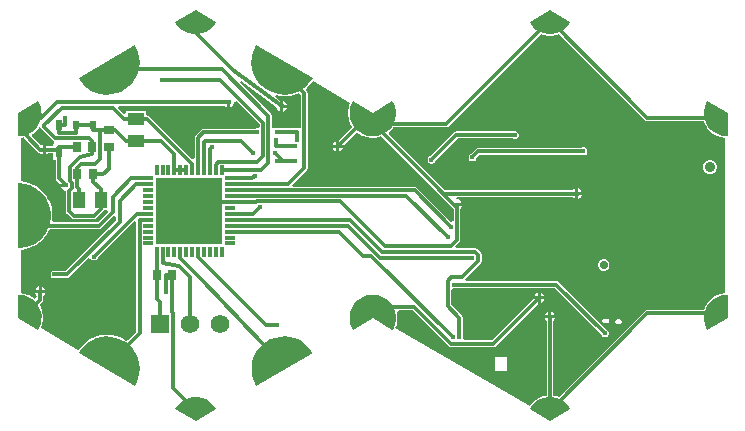
<source format=gbr>
G04*
G04 #@! TF.GenerationSoftware,Altium Limited,Altium Designer,25.8.1 (18)*
G04*
G04 Layer_Physical_Order=4*
G04 Layer_Color=16711680*
%FSLAX44Y44*%
%MOMM*%
G71*
G04*
G04 #@! TF.SameCoordinates,2BA7E10B-6E93-4220-B227-DF091A9E169F*
G04*
G04*
G04 #@! TF.FilePolarity,Positive*
G04*
G01*
G75*
%ADD26R,0.6400X0.8900*%
G04:AMPARAMS|DCode=28|XSize=1mm|YSize=1mm|CornerRadius=0.5mm|HoleSize=0mm|Usage=FLASHONLY|Rotation=90.000|XOffset=0mm|YOffset=0mm|HoleType=Round|Shape=RoundedRectangle|*
%AMROUNDEDRECTD28*
21,1,1.0000,0.0000,0,0,90.0*
21,1,0.0000,1.0000,0,0,90.0*
1,1,1.0000,0.0000,0.0000*
1,1,1.0000,0.0000,0.0000*
1,1,1.0000,0.0000,0.0000*
1,1,1.0000,0.0000,0.0000*
%
%ADD28ROUNDEDRECTD28*%
G04:AMPARAMS|DCode=32|XSize=1mm|YSize=1mm|CornerRadius=0.5mm|HoleSize=0mm|Usage=FLASHONLY|Rotation=30.000|XOffset=0mm|YOffset=0mm|HoleType=Round|Shape=RoundedRectangle|*
%AMROUNDEDRECTD32*
21,1,1.0000,0.0000,0,0,30.0*
21,1,0.0000,1.0000,0,0,30.0*
1,1,1.0000,0.0000,0.0000*
1,1,1.0000,0.0000,0.0000*
1,1,1.0000,0.0000,0.0000*
1,1,1.0000,0.0000,0.0000*
%
%ADD32ROUNDEDRECTD32*%
G04:AMPARAMS|DCode=33|XSize=1mm|YSize=1mm|CornerRadius=0.5mm|HoleSize=0mm|Usage=FLASHONLY|Rotation=150.000|XOffset=0mm|YOffset=0mm|HoleType=Round|Shape=RoundedRectangle|*
%AMROUNDEDRECTD33*
21,1,1.0000,0.0000,0,0,150.0*
21,1,0.0000,1.0000,0,0,150.0*
1,1,1.0000,0.0000,0.0000*
1,1,1.0000,0.0000,0.0000*
1,1,1.0000,0.0000,0.0000*
1,1,1.0000,0.0000,0.0000*
%
%ADD33ROUNDEDRECTD33*%
%ADD41C,0.8890*%
%ADD42C,0.7112*%
%ADD43C,1.5700*%
%ADD44R,1.5700X1.5700*%
%ADD50C,0.3000*%
%ADD51C,0.4000*%
%ADD53R,0.8500X0.3000*%
%ADD54R,1.9000X0.4001*%
%ADD55R,0.8000X0.9500*%
%ADD56R,5.7000X5.7000*%
%ADD57R,0.5000X0.9000*%
%ADD58R,0.3000X0.8500*%
%ADD59R,0.8900X0.6400*%
%ADD60R,1.0922X1.3970*%
%ADD61R,1.3970X1.0922*%
%ADD62R,0.6000X0.8000*%
G36*
X164770Y163820D02*
X163932Y162284D01*
X161738Y159559D01*
X159094Y157268D01*
X156085Y155483D01*
X152806Y154263D01*
X149363Y153644D01*
X145864Y153648D01*
X142422Y154275D01*
X139146Y155503D01*
X136141Y157294D01*
X133503Y159592D01*
X131315Y162322D01*
X130481Y163860D01*
X130481Y163860D01*
X147613Y173750D01*
X164770Y163820D01*
D02*
G37*
G36*
X-135230D02*
X-136067Y162284D01*
X-138261Y159559D01*
X-140905Y157268D01*
X-143914Y155483D01*
X-147193Y154263D01*
X-150637Y153644D01*
X-154135Y153648D01*
X-157577Y154275D01*
X-160853Y155503D01*
X-163858Y157294D01*
X-166497Y159592D01*
X-168685Y162322D01*
X-169518Y163860D01*
X-169518Y163860D01*
X-152387Y173750D01*
X-135230Y163820D01*
D02*
G37*
G36*
X-53382Y116601D02*
X-54443Y114685D01*
X-57145Y111236D01*
X-60359Y108258D01*
X-64004Y105827D01*
X-67987Y104003D01*
X-72209Y102831D01*
X-76563Y102343D01*
X-80940Y102550D01*
X-85228Y103447D01*
X-89321Y105010D01*
X-93115Y107202D01*
X-96514Y109967D01*
X-99432Y113234D01*
X-101798Y116923D01*
X-103549Y120939D01*
X-104643Y125181D01*
X-105052Y129543D01*
X-104766Y133915D01*
X-103791Y138187D01*
X-102153Y142250D01*
X-101023Y144127D01*
X-101023D01*
X-53382Y116601D01*
D02*
G37*
G36*
X-202692Y142205D02*
X-201056Y138140D01*
X-200084Y133868D01*
X-199801Y129496D01*
X-200212Y125134D01*
X-201309Y120892D01*
X-203063Y116877D01*
X-205431Y113190D01*
X-208351Y109925D01*
X-211752Y107162D01*
X-215547Y104973D01*
X-219641Y103411D01*
X-223930Y102517D01*
X-228307Y102313D01*
X-232660Y102804D01*
X-236882Y103978D01*
X-240864Y105805D01*
X-244507Y108239D01*
X-247719Y111219D01*
X-250419Y114669D01*
X-251479Y116586D01*
X-251479Y116586D01*
X-203821Y144082D01*
X-202692Y142205D01*
D02*
G37*
G36*
X-98146Y77165D02*
X-98231Y75158D01*
X-99934Y73881D01*
X-101235D01*
X-102311Y73435D01*
X-145796D01*
X-145796Y73435D01*
X-146877Y73220D01*
X-147793Y72608D01*
X-152368Y68033D01*
X-152980Y67117D01*
X-153195Y66036D01*
X-153195Y66036D01*
Y48408D01*
X-155195Y47580D01*
X-191253Y83638D01*
X-192169Y84250D01*
X-193250Y84465D01*
X-194520Y85839D01*
Y88371D01*
X-211030D01*
Y86641D01*
X-213030Y85813D01*
X-218150Y90933D01*
X-217322Y92933D01*
X-127782D01*
X-126757Y91908D01*
X-125455Y91369D01*
Y95757D01*
X-122915D01*
Y91369D01*
X-121614Y91908D01*
X-120337Y93185D01*
X-119645Y94854D01*
Y95836D01*
X-117648Y96667D01*
X-98146Y77165D01*
D02*
G37*
G36*
X141940Y152987D02*
X142068Y152992D01*
X142176Y152922D01*
X145618Y152296D01*
X145744Y152323D01*
X145863Y152274D01*
X149361Y152270D01*
X149480Y152319D01*
X149606Y152291D01*
X153049Y152909D01*
X153158Y152979D01*
X153286Y152974D01*
X155140Y153664D01*
X228200Y80604D01*
X229117Y79991D01*
X230198Y79776D01*
X277851D01*
X278535Y77865D01*
X278622Y77770D01*
X278638Y77642D01*
X280384Y74610D01*
X280486Y74532D01*
X280525Y74409D01*
X282782Y71736D01*
X282896Y71677D01*
X282957Y71564D01*
X285653Y69335D01*
X285776Y69297D01*
X285856Y69196D01*
X288906Y67482D01*
X289034Y67467D01*
X289130Y67381D01*
X292436Y66237D01*
X292564Y66245D01*
X292674Y66178D01*
X295794Y65693D01*
Y-65754D01*
X292684Y-66230D01*
X292575Y-66297D01*
X292446Y-66289D01*
X289137Y-67425D01*
X289041Y-67510D01*
X288913Y-67526D01*
X285859Y-69232D01*
X285779Y-69333D01*
X285657Y-69371D01*
X282955Y-71593D01*
X282894Y-71707D01*
X282780Y-71766D01*
X280516Y-74433D01*
X280477Y-74556D01*
X280375Y-74634D01*
X278622Y-77662D01*
X278605Y-77789D01*
X278519Y-77884D01*
X277837Y-79777D01*
X230198D01*
X229117Y-79992D01*
X228200Y-80604D01*
X155119Y-153685D01*
X153259Y-152987D01*
X153131Y-152992D01*
X153023Y-152922D01*
X150423Y-152449D01*
Y-89278D01*
X151448Y-88253D01*
X151987Y-86952D01*
X143211D01*
X143750Y-88253D01*
X144775Y-89278D01*
Y-152438D01*
X142149Y-152909D01*
X142041Y-152979D01*
X141913Y-152974D01*
X138634Y-154195D01*
X138540Y-154283D01*
X138413Y-154301D01*
X135403Y-156085D01*
X135326Y-156188D01*
X135204Y-156229D01*
X132560Y-158520D01*
X132503Y-158635D01*
X132390Y-158697D01*
X130390Y-161180D01*
X16590Y-95478D01*
X17734Y-92521D01*
X17731Y-92393D01*
X17802Y-92285D01*
X18464Y-88850D01*
X18438Y-88724D01*
X18489Y-88606D01*
X18530Y-85108D01*
X18482Y-84988D01*
X18511Y-84863D01*
X18086Y-82345D01*
X19306Y-80543D01*
X19620Y-80345D01*
X31646D01*
X61757Y-110456D01*
X61757Y-110456D01*
X62673Y-111068D01*
X63754Y-111284D01*
X63754Y-111283D01*
X99727D01*
X99727Y-111284D01*
X100808Y-111068D01*
X101724Y-110456D01*
X137319Y-74861D01*
Y-70867D01*
X133325D01*
X98557Y-105635D01*
X75155D01*
X75035Y-105542D01*
X73984Y-103635D01*
X74136Y-103268D01*
Y-101967D01*
X73690Y-100891D01*
Y-86361D01*
X73475Y-85280D01*
X72863Y-84364D01*
X72863Y-84364D01*
X63784Y-75285D01*
Y-63191D01*
X65389Y-61691D01*
X66690D01*
X67766Y-61245D01*
X151738D01*
X191092Y-100599D01*
X191538Y-101676D01*
X192458Y-102595D01*
X193659Y-103093D01*
X194960D01*
X196162Y-102595D01*
X197082Y-101676D01*
X197580Y-100474D01*
Y-99173D01*
X197082Y-97971D01*
X196162Y-97051D01*
X195086Y-96605D01*
X154905Y-56424D01*
X153989Y-55812D01*
X152908Y-55597D01*
X152908Y-55597D01*
X76703D01*
X75874Y-53597D01*
X88865Y-40606D01*
X88865Y-40606D01*
X89477Y-39690D01*
X89692Y-38609D01*
Y-33021D01*
X89477Y-31940D01*
X88865Y-31024D01*
X88865Y-31024D01*
X86579Y-28738D01*
X85663Y-28126D01*
X84582Y-27911D01*
X84582Y-27911D01*
X68359D01*
X67594Y-26063D01*
X70831Y-22826D01*
X71443Y-21910D01*
X71658Y-20829D01*
X71658Y-20829D01*
Y5488D01*
X72683Y6512D01*
X73222Y7814D01*
X68834D01*
Y10354D01*
X73222D01*
X72683Y11656D01*
X71406Y12933D01*
X69737Y13624D01*
X67931D01*
X67848Y13717D01*
X68744Y15717D01*
X166584D01*
X167608Y14692D01*
X168910Y14153D01*
Y18541D01*
Y22929D01*
X167608Y22390D01*
X166584Y21365D01*
X58471D01*
X54726Y25110D01*
X11101Y68735D01*
X11198Y70732D01*
X12244Y71593D01*
X12305Y71707D01*
X12419Y71766D01*
X14682Y74433D01*
X14722Y74556D01*
X14824Y74634D01*
X14860Y74696D01*
X59921D01*
X59921Y74696D01*
X61002Y74911D01*
X61918Y75524D01*
X140079Y153685D01*
X141940Y152987D01*
D02*
G37*
G36*
X-84082Y92234D02*
Y91464D01*
X-83391Y89796D01*
X-82114Y88519D01*
X-80812Y87979D01*
Y92367D01*
Y96842D01*
X-84961Y99943D01*
X-84119Y101810D01*
X-81221Y101204D01*
X-81108Y101226D01*
X-81004Y101177D01*
X-76628Y100970D01*
X-76520Y101009D01*
X-76410Y100977D01*
X-72056Y101465D01*
X-71955Y101521D01*
X-71842Y101507D01*
X-67620Y102678D01*
X-67529Y102748D01*
X-67415Y102753D01*
X-64898Y103905D01*
X-63277Y102284D01*
Y74270D01*
X-65066Y73763D01*
Y73763D01*
X-86606D01*
X-87974Y75197D01*
Y84668D01*
X-87974Y84668D01*
X-88189Y85749D01*
X-88801Y86665D01*
X-114918Y112782D01*
X-113605Y114298D01*
X-84082Y92234D01*
D02*
G37*
G36*
X-2400Y87176D02*
X14278Y96781D01*
X15189Y95288D01*
X16452Y92025D01*
X17114Y88590D01*
X17155Y85092D01*
X16573Y81642D01*
X15387Y78351D01*
X13634Y75323D01*
X11371Y72655D01*
X8669Y70432D01*
X5615Y68726D01*
X2306Y67589D01*
X-1152Y67059D01*
X-2400Y67093D01*
X-3649Y67059D01*
X-7107Y67589D01*
X-10416Y68726D01*
X-13470Y70432D01*
X-16171Y72655D01*
X-18435Y75323D01*
X-20187Y78351D01*
X-21374Y81642D01*
X-21956Y85092D01*
X-21915Y88590D01*
X-21253Y92025D01*
X-19990Y95288D01*
X-19079Y96781D01*
Y96781D01*
X-2400Y87176D01*
D02*
G37*
G36*
X-284777Y95288D02*
X-283514Y92025D01*
X-282852Y88590D01*
X-282811Y85092D01*
X-283393Y81642D01*
X-284580Y78351D01*
X-286332Y75323D01*
X-288596Y72655D01*
X-291297Y70432D01*
X-294351Y68726D01*
X-297660Y67589D01*
X-301118Y67059D01*
X-302867Y67106D01*
X-302867Y67106D01*
Y86888D01*
X-285688Y96781D01*
X-284777Y95288D01*
D02*
G37*
G36*
X298113Y86865D02*
X298091Y67041D01*
X296342Y66999D01*
X292885Y67536D01*
X289579Y68680D01*
X286529Y70394D01*
X283833Y72623D01*
X281575Y75296D01*
X279830Y78328D01*
X278651Y81622D01*
X278077Y85073D01*
X278126Y88571D01*
X278796Y92005D01*
X280066Y95265D01*
X280981Y96756D01*
X280981D01*
X298113Y86865D01*
D02*
G37*
G36*
X-283092Y74184D02*
X-283025Y73848D01*
X-282413Y72932D01*
X-273015Y63534D01*
X-272099Y62922D01*
X-271909Y62884D01*
X-272106Y60884D01*
X-272926D01*
Y58703D01*
X-277074D01*
X-278099Y59728D01*
X-279400Y60267D01*
Y55879D01*
Y51491D01*
X-278099Y52030D01*
X-277074Y53055D01*
X-272926D01*
Y46804D01*
X-270710D01*
Y31479D01*
X-270710Y31479D01*
X-270495Y30398D01*
X-269883Y29482D01*
X-267129Y26728D01*
X-261865D01*
Y24188D01*
X-266253D01*
X-265714Y22886D01*
X-264436Y21609D01*
X-262768Y20918D01*
X-262247D01*
Y3576D01*
X-262247Y3576D01*
X-262032Y2495D01*
X-261420Y1579D01*
X-257334Y-2506D01*
X-257334Y-2506D01*
X-256418Y-3119D01*
X-255337Y-3333D01*
X-238746D01*
X-238745Y-3334D01*
X-237665Y-3119D01*
X-236748Y-2506D01*
X-230652Y3590D01*
X-230652Y3590D01*
X-230040Y4506D01*
X-230007Y4671D01*
X-227607D01*
X-226778Y2671D01*
X-235250Y-5801D01*
X-272571D01*
X-273868Y-4279D01*
X-273574Y-2448D01*
X-273601Y-2336D01*
X-273557Y-2230D01*
X-273556Y2151D01*
X-273599Y2257D01*
X-273573Y2369D01*
X-274265Y6695D01*
X-274325Y6793D01*
X-274316Y6907D01*
X-275684Y11070D01*
X-275759Y11157D01*
X-275768Y11271D01*
X-277778Y15164D01*
X-277865Y15238D01*
X-277893Y15350D01*
X-280492Y18876D01*
X-280591Y18936D01*
X-280636Y19041D01*
X-283761Y22112D01*
X-283867Y22155D01*
X-283928Y22252D01*
X-287500Y24790D01*
X-287612Y24815D01*
X-287687Y24901D01*
X-291615Y26842D01*
X-291730Y26849D01*
X-291818Y26923D01*
X-296004Y28217D01*
X-296118Y28206D01*
X-296217Y28265D01*
X-300554Y28881D01*
X-300595Y28912D01*
Y65749D01*
X-297827Y66173D01*
X-297465Y65632D01*
X-285715Y53882D01*
X-285715Y53882D01*
X-284799Y53270D01*
X-284403Y53191D01*
X-283242Y52030D01*
X-281940Y51491D01*
Y55879D01*
Y60267D01*
X-283242Y59728D01*
X-283407Y59562D01*
X-291027Y67181D01*
X-290826Y68630D01*
X-290425Y69369D01*
X-290404Y69387D01*
X-287722Y71593D01*
X-287662Y71707D01*
X-287547Y71766D01*
X-285284Y74433D01*
X-285245Y74556D01*
X-285143Y74634D01*
X-283092Y74184D01*
D02*
G37*
G36*
X-21390Y95478D02*
X-22535Y92521D01*
X-22532Y92393D01*
X-22603Y92285D01*
X-23265Y88850D01*
X-23239Y88724D01*
X-23290Y88606D01*
X-23330Y85108D01*
X-23283Y84988D01*
X-23311Y84863D01*
X-22729Y81413D01*
X-22661Y81304D01*
X-22667Y81176D01*
X-21481Y77884D01*
X-21394Y77789D01*
X-21377Y77662D01*
X-19776Y74896D01*
X-30734Y63937D01*
Y59943D01*
X-26740D01*
X-15972Y70711D01*
X-14343Y69371D01*
X-14220Y69333D01*
X-14140Y69232D01*
X-11086Y67526D01*
X-10958Y67510D01*
X-10862Y67425D01*
X-7553Y66289D01*
X-7425Y66297D01*
X-7315Y66230D01*
X-3857Y65700D01*
X-3732Y65731D01*
X-3612Y65685D01*
X-2400Y65718D01*
X-1189Y65685D01*
X-1069Y65731D01*
X-944Y65700D01*
X2514Y66230D01*
X2624Y66297D01*
X2753Y66289D01*
X4841Y67006D01*
X50732Y21116D01*
X55304Y16544D01*
X55304Y16544D01*
X64737Y7110D01*
X64985Y6512D01*
X66009Y5488D01*
Y-4778D01*
X65952Y-4856D01*
X64009Y-5661D01*
X34971Y23378D01*
X34054Y23990D01*
X32974Y24205D01*
X32973Y24205D01*
X-69555D01*
X-70384Y26205D01*
X-58455Y38134D01*
X-57843Y39050D01*
X-57628Y40131D01*
Y103454D01*
X-57628Y103454D01*
X-57843Y104535D01*
X-58455Y105451D01*
X-58548Y105544D01*
X-58589Y105625D01*
X-58387Y108212D01*
X-56211Y110228D01*
X-56163Y110332D01*
X-56063Y110388D01*
X-53361Y113837D01*
X-53261Y113878D01*
X-21390Y95478D01*
D02*
G37*
G36*
X-219548Y-916D02*
Y-3960D01*
X-262677Y-47089D01*
X-270138D01*
X-271214Y-46643D01*
X-272515D01*
X-273717Y-47141D01*
X-274636Y-48061D01*
X-275134Y-49263D01*
Y-50564D01*
X-274636Y-51766D01*
X-273717Y-52685D01*
X-272515Y-53183D01*
X-271214D01*
X-270138Y-52738D01*
X-261508D01*
X-261507Y-52738D01*
X-260427Y-52523D01*
X-259510Y-51910D01*
X-243624Y-36024D01*
X-241321Y-36549D01*
X-241278Y-36651D01*
X-240359Y-37571D01*
X-239157Y-38069D01*
X-237856D01*
X-236654Y-37571D01*
X-235734Y-36651D01*
X-235288Y-35575D01*
X-204468Y-4756D01*
X-202468Y-5584D01*
Y-98475D01*
X-209244Y-105250D01*
X-210998Y-106012D01*
X-214791Y-103820D01*
X-214905Y-103805D01*
X-214988Y-103727D01*
X-219081Y-102163D01*
X-219196Y-102166D01*
X-219290Y-102101D01*
X-223579Y-101204D01*
X-223692Y-101226D01*
X-223796Y-101177D01*
X-228172Y-100970D01*
X-228280Y-101009D01*
X-228390Y-100977D01*
X-232744Y-101465D01*
X-232845Y-101521D01*
X-232958Y-101507D01*
X-237180Y-102678D01*
X-237271Y-102748D01*
X-237385Y-102753D01*
X-241369Y-104577D01*
X-241447Y-104661D01*
X-241559Y-104683D01*
X-245204Y-107115D01*
X-245268Y-107210D01*
X-245375Y-107250D01*
X-248589Y-110228D01*
X-248637Y-110332D01*
X-248737Y-110388D01*
X-251439Y-113837D01*
X-251540Y-113878D01*
X-283436Y-95463D01*
X-282283Y-92504D01*
X-282285Y-92376D01*
X-282214Y-92268D01*
X-281544Y-88835D01*
X-281570Y-88709D01*
X-281519Y-88591D01*
X-281470Y-85092D01*
X-281518Y-84973D01*
X-281488Y-84848D01*
X-282062Y-81397D01*
X-282131Y-81287D01*
X-282124Y-81159D01*
X-283303Y-77865D01*
X-283389Y-77770D01*
X-283406Y-77642D01*
X-284542Y-75669D01*
X-282046Y-73173D01*
X-281434Y-72257D01*
X-281219Y-71176D01*
X-281219Y-71176D01*
Y-68026D01*
X-280194Y-67002D01*
X-279655Y-65700D01*
X-288431D01*
X-287892Y-67002D01*
X-287076Y-67818D01*
X-287144Y-69516D01*
X-288865Y-70621D01*
X-290421Y-69335D01*
X-290544Y-69297D01*
X-290623Y-69196D01*
X-293673Y-67482D01*
X-293801Y-67467D01*
X-293897Y-67381D01*
X-297204Y-66237D01*
X-297332Y-66245D01*
X-297442Y-66178D01*
X-300595Y-65687D01*
Y-28960D01*
X-300572Y-28942D01*
X-296234Y-28329D01*
X-296136Y-28271D01*
X-296021Y-28282D01*
X-291835Y-26990D01*
X-291747Y-26917D01*
X-291632Y-26909D01*
X-287703Y-24971D01*
X-287627Y-24885D01*
X-287515Y-24860D01*
X-283942Y-22324D01*
X-283881Y-22227D01*
X-283775Y-22184D01*
X-280648Y-19115D01*
X-280603Y-19010D01*
X-280504Y-18951D01*
X-277902Y-15426D01*
X-277875Y-15315D01*
X-277787Y-15240D01*
X-275828Y-11449D01*
X-234080D01*
X-234080Y-11449D01*
X-232999Y-11234D01*
X-232083Y-10622D01*
X-221548Y-87D01*
X-219548Y-916D01*
D02*
G37*
G36*
X-296410Y26904D02*
X-292224Y25609D01*
X-288296Y23669D01*
X-284724Y21131D01*
X-281599Y18060D01*
X-278999Y14534D01*
X-276990Y10640D01*
X-275622Y6478D01*
X-274930Y2152D01*
X-274932Y-2230D01*
X-275626Y-6556D01*
X-276997Y-10717D01*
X-279008Y-14609D01*
X-281610Y-18134D01*
X-284737Y-21203D01*
X-288311Y-23738D01*
X-292240Y-25676D01*
X-296427Y-26968D01*
X-300765Y-27581D01*
X-302955Y-27541D01*
Y-27541D01*
X-302938Y27480D01*
X-300748Y27520D01*
X-296410Y26904D01*
D02*
G37*
G36*
X2306Y-67589D02*
X5615Y-68726D01*
X8669Y-70432D01*
X11371Y-72655D01*
X13634Y-75323D01*
X15387Y-78351D01*
X16573Y-81642D01*
X17155Y-85092D01*
X17114Y-88590D01*
X16452Y-92025D01*
X15189Y-95288D01*
X14278Y-96781D01*
X-2400Y-87176D01*
X-19079Y-96781D01*
X-19990Y-95288D01*
X-21253Y-92025D01*
X-21915Y-88590D01*
X-21956Y-85092D01*
X-21374Y-81642D01*
X-20187Y-78351D01*
X-18435Y-75323D01*
X-16171Y-72655D01*
X-13470Y-70432D01*
X-10416Y-68726D01*
X-7107Y-67589D01*
X-3649Y-67059D01*
X-2400Y-67093D01*
X-1152Y-67059D01*
X2306Y-67589D01*
D02*
G37*
G36*
X-297653Y-67536D02*
X-294347Y-68680D01*
X-291297Y-70394D01*
X-288600Y-72623D01*
X-286343Y-75296D01*
X-284597Y-78328D01*
X-283419Y-81622D01*
X-282845Y-85073D01*
X-282893Y-88571D01*
X-283564Y-92005D01*
X-284834Y-95265D01*
X-285749Y-96756D01*
Y-96756D01*
X-302880Y-86865D01*
X-302859Y-67041D01*
X-301110Y-66999D01*
X-297653Y-67536D01*
D02*
G37*
G36*
X298099Y-67106D02*
X298099D01*
Y-86888D01*
X280921Y-96781D01*
X280009Y-95288D01*
X278747Y-92025D01*
X278084Y-88590D01*
X278044Y-85092D01*
X278626Y-81642D01*
X279812Y-78351D01*
X281565Y-75323D01*
X283828Y-72655D01*
X286530Y-70432D01*
X289584Y-68726D01*
X292893Y-67589D01*
X296351Y-67059D01*
X298099Y-67106D01*
D02*
G37*
G36*
X14278Y-96781D02*
X14278D01*
D01*
X14278D01*
D02*
G37*
G36*
X-72140Y-102804D02*
X-67918Y-103978D01*
X-63936Y-105805D01*
X-60293Y-108239D01*
X-57081Y-111219D01*
X-54381Y-114669D01*
X-53321Y-116586D01*
X-100979Y-144082D01*
X-102108Y-142205D01*
X-103744Y-138140D01*
X-104716Y-133868D01*
X-105000Y-129496D01*
X-104588Y-125134D01*
X-103491Y-120892D01*
X-101737Y-116877D01*
X-99369Y-113190D01*
X-96449Y-109925D01*
X-93048Y-107162D01*
X-89253Y-104973D01*
X-85159Y-103411D01*
X-80870Y-102517D01*
X-76493Y-102313D01*
X-72140Y-102804D01*
D02*
G37*
G36*
X-223860Y-102550D02*
X-219572Y-103447D01*
X-215479Y-105011D01*
X-211685Y-107202D01*
X-208286Y-109967D01*
X-205368Y-113234D01*
X-203002Y-116923D01*
X-201251Y-120939D01*
X-200157Y-125181D01*
X-199748Y-129543D01*
X-200034Y-133915D01*
X-201009Y-138187D01*
X-202647Y-142250D01*
X-203777Y-144127D01*
Y-144127D01*
X-251418Y-116601D01*
X-250357Y-114685D01*
X-247655Y-111236D01*
X-244441Y-108259D01*
X-240796Y-105827D01*
X-236813Y-104003D01*
X-232591Y-102831D01*
X-228237Y-102343D01*
X-223860Y-102550D01*
D02*
G37*
G36*
X149334Y-153648D02*
X152776Y-154275D01*
X156052Y-155503D01*
X159057Y-157294D01*
X161696Y-159592D01*
X163884Y-162322D01*
X164718Y-163860D01*
X164718D01*
X147586Y-173750D01*
X130429Y-163820D01*
X131266Y-162284D01*
X133461Y-159559D01*
X136105Y-157268D01*
X139114Y-155483D01*
X142392Y-154263D01*
X145836Y-153644D01*
X149334Y-153648D01*
D02*
G37*
G36*
X-150665D02*
X-147223Y-154275D01*
X-143947Y-155503D01*
X-140942Y-157294D01*
X-138303Y-159592D01*
X-136116Y-162322D01*
X-135282Y-163860D01*
X-135282D01*
X-152413Y-173750D01*
X-169570Y-163820D01*
X-168733Y-162284D01*
X-166539Y-159559D01*
X-163895Y-157268D01*
X-160886Y-155483D01*
X-157607Y-154263D01*
X-154164Y-153644D01*
X-150665Y-153648D01*
D02*
G37*
%LPC*%
G36*
X118506Y71595D02*
X117205D01*
X116129Y71149D01*
X68326D01*
X67245Y70934D01*
X66329Y70322D01*
X66329Y70322D01*
X46467Y50461D01*
X45392Y50015D01*
X44472Y49095D01*
X43974Y47893D01*
Y46592D01*
X44472Y45391D01*
X45392Y44471D01*
X46593Y43973D01*
X47894D01*
X49096Y44471D01*
X50016Y45391D01*
X50462Y46467D01*
X69496Y65501D01*
X116129D01*
X117205Y65055D01*
X118506D01*
X119708Y65553D01*
X120628Y66473D01*
X121126Y67674D01*
Y68975D01*
X120628Y70177D01*
X119708Y71097D01*
X118506Y71595D01*
D02*
G37*
G36*
X176672Y57625D02*
X175371D01*
X174295Y57179D01*
X87122D01*
X87122Y57179D01*
X86041Y56964D01*
X85125Y56352D01*
X85125Y56352D01*
X81265Y52493D01*
X80190Y52047D01*
X79270Y51127D01*
X78772Y49925D01*
Y48624D01*
X79270Y47422D01*
X80190Y46503D01*
X81391Y46005D01*
X82692D01*
X83894Y46503D01*
X84814Y47422D01*
X85260Y48499D01*
X88292Y51531D01*
X174295D01*
X175371Y51085D01*
X176672D01*
X177874Y51583D01*
X178794Y52502D01*
X179292Y53704D01*
Y55005D01*
X178794Y56207D01*
X177874Y57127D01*
X176672Y57625D01*
D02*
G37*
G36*
X284286Y46747D02*
X282013D01*
X279912Y45877D01*
X278304Y44269D01*
X277434Y42169D01*
Y39895D01*
X278304Y37795D01*
X279912Y36187D01*
X282013Y35317D01*
X284286D01*
X286387Y36187D01*
X287994Y37795D01*
X288864Y39895D01*
Y42169D01*
X287994Y44269D01*
X286387Y45877D01*
X284286Y46747D01*
D02*
G37*
G36*
X171450Y22929D02*
Y19811D01*
X174568D01*
X174029Y21112D01*
X172752Y22390D01*
X171450Y22929D01*
D02*
G37*
G36*
X174568Y17271D02*
X171450D01*
Y14153D01*
X172752Y14692D01*
X174029Y15969D01*
X174568Y17271D01*
D02*
G37*
G36*
X194109Y-37142D02*
X192189D01*
X190415Y-37877D01*
X189058Y-39234D01*
X188323Y-41008D01*
Y-42928D01*
X189058Y-44702D01*
X190415Y-46059D01*
X192189Y-46794D01*
X194109D01*
X195883Y-46059D01*
X197240Y-44702D01*
X197975Y-42928D01*
Y-41008D01*
X197240Y-39234D01*
X195883Y-37877D01*
X194109Y-37142D01*
D02*
G37*
G36*
X139859Y-65209D02*
Y-68327D01*
X142977D01*
X142438Y-67025D01*
X141160Y-65748D01*
X139859Y-65209D01*
D02*
G37*
G36*
X137319D02*
X136017Y-65748D01*
X134740Y-67025D01*
X134201Y-68327D01*
X137319D01*
Y-65209D01*
D02*
G37*
G36*
X142977Y-70867D02*
X139859D01*
Y-73985D01*
X141160Y-73446D01*
X142438Y-72169D01*
X142977Y-70867D01*
D02*
G37*
G36*
X148869Y-81293D02*
Y-84411D01*
X151987D01*
X151448Y-83110D01*
X150171Y-81833D01*
X148869Y-81293D01*
D02*
G37*
G36*
X146329D02*
X145028Y-81833D01*
X143750Y-83110D01*
X143211Y-84411D01*
X146329D01*
Y-81293D01*
D02*
G37*
G36*
X196277Y-87261D02*
X193277D01*
X192305Y-87663D01*
X191903Y-88635D01*
Y-89619D01*
X192305Y-90591D01*
X193277Y-90994D01*
X196277D01*
X197249Y-90591D01*
X197652Y-89619D01*
Y-88635D01*
X197249Y-87663D01*
X196277Y-87261D01*
D02*
G37*
G36*
X207233Y-87795D02*
X204233D01*
X203261Y-88198D01*
X202859Y-89170D01*
Y-90154D01*
X203261Y-91126D01*
X204233Y-91529D01*
X207233D01*
X208206Y-91126D01*
X208608Y-90154D01*
Y-89170D01*
X208206Y-88198D01*
X207233Y-87795D01*
D02*
G37*
G36*
X110168Y-119564D02*
X102168D01*
X101196Y-119967D01*
X100793Y-120939D01*
Y-129923D01*
X101196Y-130895D01*
X102168Y-131298D01*
X110168D01*
X111140Y-130895D01*
X111542Y-129923D01*
Y-120939D01*
X111140Y-119967D01*
X110168Y-119564D01*
D02*
G37*
G36*
X-78272Y96755D02*
Y93637D01*
X-75154D01*
X-75693Y94939D01*
X-76970Y96216D01*
X-78272Y96755D01*
D02*
G37*
G36*
X-75154Y91097D02*
X-78272D01*
Y87979D01*
X-76970Y88519D01*
X-75693Y89796D01*
X-75154Y91097D01*
D02*
G37*
G36*
X-33274Y63061D02*
X-34576Y62522D01*
X-35853Y61245D01*
X-36392Y59943D01*
X-33274D01*
Y63061D01*
D02*
G37*
G36*
X-27616Y57403D02*
X-30734D01*
Y54285D01*
X-29432Y54824D01*
X-28155Y56101D01*
X-27616Y57403D01*
D02*
G37*
G36*
X-33274D02*
X-36392D01*
X-35853Y56101D01*
X-34576Y54824D01*
X-33274Y54285D01*
Y57403D01*
D02*
G37*
G36*
X-282773Y-60042D02*
Y-63160D01*
X-279655D01*
X-280194Y-61858D01*
X-281471Y-60581D01*
X-282773Y-60042D01*
D02*
G37*
G36*
X-285313D02*
X-286615Y-60581D01*
X-287892Y-61858D01*
X-288431Y-63160D01*
X-285313D01*
Y-60042D01*
D02*
G37*
%LPD*%
D26*
X-252825Y34925D02*
D03*
X-238825D02*
D03*
D28*
X-1679Y-77521D02*
D03*
Y77521D02*
D03*
X-295468Y82601D02*
D03*
X290700Y-82601D02*
D03*
X-80899Y-123901D02*
D03*
X-223901Y123901D02*
D03*
D32*
X147599Y-165199D02*
D03*
Y165199D02*
D03*
X-152400Y-165199D02*
D03*
Y165199D02*
D03*
X-223901Y-123901D02*
D03*
X-80899Y123901D02*
D03*
D33*
X-295468Y-82601D02*
D03*
X290700Y82601D02*
D03*
X-295501Y-0D02*
D03*
D41*
X283149Y41032D02*
D03*
D42*
X193149Y-41968D02*
D03*
D43*
X-131629Y-92102D02*
D03*
X-157029D02*
D03*
D44*
X-182429D02*
D03*
D50*
X-267886Y31479D02*
X-261865Y25458D01*
X-284043Y-71176D02*
Y-64430D01*
X-295468Y-82601D02*
X-284043Y-71176D01*
X-271864Y-49913D02*
X-261507D01*
X-286876Y-8625D02*
X-234080D01*
X-222250Y3205D01*
X-295501Y-0D02*
X-286876Y-8625D01*
X-238745Y-509D02*
X-232649Y5587D01*
X-259422Y3576D02*
X-255337Y-509D01*
X-238745D01*
X-151061Y153474D02*
X-120749Y123162D01*
X-120749D02*
X-79542Y92367D01*
X-151061Y153474D02*
Y163860D01*
X-90799Y44449D02*
Y84668D01*
X-223901Y123901D02*
X-130031D01*
X-90799Y84668D01*
X-131540Y114553D02*
X-95250Y78263D01*
X-181102Y114553D02*
X-131540D01*
X-95250Y50799D02*
Y78263D01*
X-152400Y165199D02*
X-151061Y163860D01*
X-150371Y-35286D02*
X-92848Y-92809D01*
X-150371Y-35286D02*
Y-30619D01*
X-92848Y-92809D02*
X-83665D01*
X-261507Y-49913D02*
X-216724Y-5129D01*
X-259422Y21058D02*
X-257095Y23386D01*
X-258795Y40924D02*
X-250190Y49529D01*
X-259422Y3576D02*
Y21058D01*
X-267886Y31479D02*
Y55879D01*
X-258795Y29327D02*
X-257095Y27627D01*
X-258795Y29327D02*
Y40924D01*
X-257095Y23386D02*
Y27627D01*
X66758Y9084D02*
X68834Y7008D01*
X52729Y23113D02*
X57301Y18541D01*
X-1679Y77521D02*
X52729Y23113D01*
X57301Y18541D02*
X66758Y9084D01*
X-84582Y58494D02*
Y64007D01*
X-267886Y57767D02*
X-252602D01*
X-280670Y55879D02*
X-267886D01*
X-283718D02*
X-280670D01*
X-177292Y-64771D02*
Y-50285D01*
X-66802Y64007D02*
Y70493D01*
X-130371Y38353D02*
X-96895D01*
X-239541Y72047D02*
X-233331D01*
X-267886Y70030D02*
Y76453D01*
X-262636D01*
X-170371Y38353D02*
X-165370D01*
X-160371D01*
X-226060Y39115D02*
Y58047D01*
X-238825Y34797D02*
Y34925D01*
Y28626D02*
Y34797D01*
X-230378D01*
X-180371Y-39797D02*
Y-30619D01*
Y-39797D02*
X-166673Y-42622D01*
X-157029Y-52266D01*
Y-92102D02*
Y-52266D01*
X-267886Y55879D02*
Y57767D01*
X-123371Y11381D02*
X-101346D01*
X-100536Y12191D01*
X-30480D01*
X7874Y-26163D01*
X63500D01*
X68834Y-20829D01*
Y7008D01*
X-123371Y1381D02*
X-103520D01*
X-97536Y7365D01*
X-75836Y70493D02*
X-66802D01*
X-145796Y70611D02*
X-100584D01*
X-150371Y66036D02*
X-145796Y70611D01*
X-150371Y38381D02*
Y66036D01*
X-123371Y26381D02*
X-74202D01*
X-60452Y40131D01*
Y103454D01*
X-80899Y123901D02*
X-60452Y103454D01*
X-170371Y38381D02*
Y51859D01*
X-181610Y63099D02*
X-170371Y51859D01*
X-202775Y63099D02*
X-181610D01*
X-253540Y70030D02*
Y76570D01*
X-267886Y70030D02*
X-253540D01*
X-239541Y72047D02*
Y76570D01*
X-252825Y34925D02*
Y40131D01*
X-249252Y43703D01*
X-237887D01*
X-233331Y48259D01*
Y72047D01*
X-226069D01*
X-251191Y12926D02*
Y22451D01*
X-252825Y24084D02*
X-251191Y22451D01*
X-252825Y24084D02*
Y34925D01*
X-202775Y81641D02*
X-193250D01*
X-155371Y43761D01*
Y38381D02*
Y43761D01*
X-238825Y28626D02*
X-232649Y22451D01*
Y12926D02*
Y22451D01*
X32974Y21381D02*
X64008Y-9653D01*
X-123371Y21381D02*
X32974D01*
X-123371Y16381D02*
X-110745D01*
X-110363Y16763D01*
X26162D01*
X61214Y-18289D01*
X70866Y-102617D02*
Y-86361D01*
X60960Y-76455D02*
X70866Y-86361D01*
X60960Y-76455D02*
Y-55373D01*
X64008Y-52325D01*
X73152D01*
X86868Y-38609D01*
Y-33021D01*
X84582Y-30735D02*
X86868Y-33021D01*
X5842Y-30735D02*
X84582D01*
X-21275Y-3619D02*
X5842Y-30735D01*
X-123371Y-3619D02*
X-21275D01*
X3753Y-35561D02*
X81788D01*
X-23189Y-8619D02*
X3753Y-35561D01*
X-123371Y-8619D02*
X-23189D01*
X-13156Y77521D02*
X-1679D01*
X-32004Y58673D02*
X-13156Y77521D01*
X66758Y9084D02*
X68834D01*
X-84582Y58494D02*
X-75836D01*
X230198Y82601D02*
X290700D01*
X147599Y165199D02*
X230198Y82601D01*
X-1679Y77521D02*
X59921D01*
X147599Y165199D01*
X57301Y18541D02*
X170180D01*
X-1679Y-77521D02*
X32816D01*
X63754Y-108459D01*
X99727D01*
X138589Y-69597D01*
X147599Y-165199D02*
X230198Y-82601D01*
X290700D01*
X147599Y-165199D02*
Y-85681D01*
X-145371Y38381D02*
Y62100D01*
X-144437Y63033D01*
X-113834D01*
X-103886Y53085D01*
X-84822D02*
X-78232Y46495D01*
X-75836D01*
X-165370Y-36307D02*
Y-30619D01*
Y-36307D02*
X-146050Y-55627D01*
X-80899Y-123901D01*
X-123371Y31381D02*
X-104451D01*
X-102334Y33498D01*
X-202726Y26381D02*
X-192371D01*
X-216724Y12383D02*
X-202726Y26381D01*
X-216724Y-5129D02*
Y12383D01*
X-238506Y-34799D02*
X-202326Y1381D01*
X-192371D01*
X-267886Y76453D02*
Y76844D01*
X-262636Y76453D02*
Y82601D01*
X-240102Y51997D02*
Y57767D01*
X-250190Y49529D02*
X-240102Y51997D01*
X-232649Y5587D02*
Y12926D01*
X66040Y-58421D02*
X152908D01*
X194310Y-99823D01*
X-3540Y-34307D02*
X65278Y-103125D01*
X-10596Y-34307D02*
X-3540D01*
X-31284Y-13619D02*
X-10596Y-34307D01*
X-123371Y-13619D02*
X-31284D01*
X-172465Y-81281D02*
Y-50285D01*
Y-81281D02*
X-171450Y-82296D01*
Y-146149D02*
Y-82296D01*
Y-146149D02*
X-152400Y-165199D01*
X-135371Y38381D02*
Y43190D01*
X-133096Y45465D01*
X-100584D01*
X-95250Y50799D01*
X87122Y54355D02*
X176022D01*
X82042Y49275D02*
X87122Y54355D01*
X68326Y68325D02*
X117856D01*
X47244Y47243D02*
X68326Y68325D01*
X-140371Y38381D02*
Y56077D01*
X-138185Y58263D01*
X-240102Y57767D02*
Y63063D01*
X-242570Y65531D02*
X-240102Y63063D01*
X-271018Y65531D02*
X-242570D01*
X-280416Y74929D02*
X-271018Y65531D01*
X-280416Y74929D02*
Y76270D01*
X-265755Y90931D01*
X-222143D01*
X-212852Y81641D01*
X-202775D01*
X-295468Y82601D02*
X-283158D01*
X-270002Y95757D01*
X-124185D01*
X-184965Y-70306D02*
Y-50285D01*
Y-70306D02*
X-182429Y-72843D01*
Y-92102D02*
Y-72843D01*
X-177292Y-50285D02*
X-172465D01*
X-199644Y-3619D02*
X-192371D01*
X-199644Y-99644D02*
Y-3619D01*
X-223901Y-123901D02*
X-199644Y-99644D01*
X-222250Y3205D02*
Y15874D01*
X-206744Y31381D01*
X-192371D01*
X-130371Y38353D02*
Y38381D01*
X-96895Y38353D02*
X-90799Y44449D01*
X-295468Y67629D02*
Y82601D01*
Y67629D02*
X-283718Y55879D01*
X-226069Y58047D02*
X-226060D01*
X-230378Y34797D02*
X-226060Y39115D01*
X-253540Y76570D02*
X-239541D01*
X-211270Y63099D02*
X-202775D01*
X-220218Y72047D02*
X-211270Y63099D01*
X-226069Y72047D02*
X-220218D01*
X-160371Y38353D02*
Y38381D01*
X-165370Y38353D02*
Y38381D01*
X-170371Y38353D02*
Y38381D01*
X-157871Y3881D02*
X-138056D01*
X-130556Y11381D01*
X-123371D01*
X-184965Y-50285D02*
Y-41809D01*
X-185370Y-41403D02*
X-184965Y-41809D01*
X-185370Y-41403D02*
Y-30619D01*
D51*
X-261865Y25458D02*
D03*
X-284043Y-64430D02*
D03*
X-271864Y-49913D02*
D03*
X-79542Y92367D02*
D03*
X-83665Y-92809D02*
D03*
X-97536Y7365D02*
D03*
X-66802Y64007D02*
D03*
X-100584Y70611D02*
D03*
X64008Y-9653D02*
D03*
X61214Y-18289D02*
D03*
X70866Y-102617D02*
D03*
X81788Y-35561D02*
D03*
X-280670Y55879D02*
D03*
X-32004Y58673D02*
D03*
X-84582Y64007D02*
D03*
X68834Y9084D02*
D03*
X170180Y18541D02*
D03*
X138589Y-69597D02*
D03*
X147599Y-85681D02*
D03*
X-103886Y53085D02*
D03*
X-84822D02*
D03*
X-102334Y33498D02*
D03*
X-238506Y-34799D02*
D03*
X-262636Y82601D02*
D03*
X66040Y-58421D02*
D03*
X194310Y-99823D02*
D03*
X65278Y-103125D02*
D03*
X-181102Y114553D02*
D03*
X176022Y54355D02*
D03*
X82042Y49275D02*
D03*
X117856Y68325D02*
D03*
X47244Y47243D02*
D03*
X-138185Y58263D02*
D03*
X-124185Y95757D02*
D03*
X-177292Y-64771D02*
D03*
D53*
X-192371Y21381D02*
D03*
X-123371Y16381D02*
D03*
X-192371D02*
D03*
Y11381D02*
D03*
X-123371Y21381D02*
D03*
Y11381D02*
D03*
X-192371Y31381D02*
D03*
Y26381D02*
D03*
Y6381D02*
D03*
Y1381D02*
D03*
Y-3619D02*
D03*
Y-8619D02*
D03*
Y-13619D02*
D03*
Y-18619D02*
D03*
Y-23619D02*
D03*
X-123371D02*
D03*
Y-18619D02*
D03*
Y-13619D02*
D03*
Y-8619D02*
D03*
Y-3619D02*
D03*
Y1381D02*
D03*
Y6381D02*
D03*
Y26381D02*
D03*
Y31381D02*
D03*
D54*
X-75836Y46495D02*
D03*
Y58494D02*
D03*
Y70493D02*
D03*
D55*
X-172465Y-50285D02*
D03*
X-252602Y57767D02*
D03*
X-184965Y-50285D02*
D03*
X-240102Y57767D02*
D03*
D56*
X-157871Y3881D02*
D03*
D57*
X-267886Y53844D02*
D03*
Y76844D02*
D03*
D58*
X-150371Y38381D02*
D03*
X-145371D02*
D03*
X-155371D02*
D03*
X-185370Y-30619D02*
D03*
X-180371D02*
D03*
X-175370D02*
D03*
X-170371D02*
D03*
X-165370D02*
D03*
X-160371D02*
D03*
X-155371D02*
D03*
X-150371D02*
D03*
X-145371D02*
D03*
X-140371D02*
D03*
X-135371D02*
D03*
X-130371D02*
D03*
Y38381D02*
D03*
X-135371D02*
D03*
X-140371D02*
D03*
X-160371D02*
D03*
X-165370D02*
D03*
X-170371D02*
D03*
X-175370D02*
D03*
X-180371D02*
D03*
X-185370D02*
D03*
D59*
X-226069Y72047D02*
D03*
Y58047D02*
D03*
D60*
X-232649Y12926D02*
D03*
X-251191D02*
D03*
D61*
X-202775Y63099D02*
D03*
Y81641D02*
D03*
D62*
X-253540Y76570D02*
D03*
X-239541D02*
D03*
M02*

</source>
